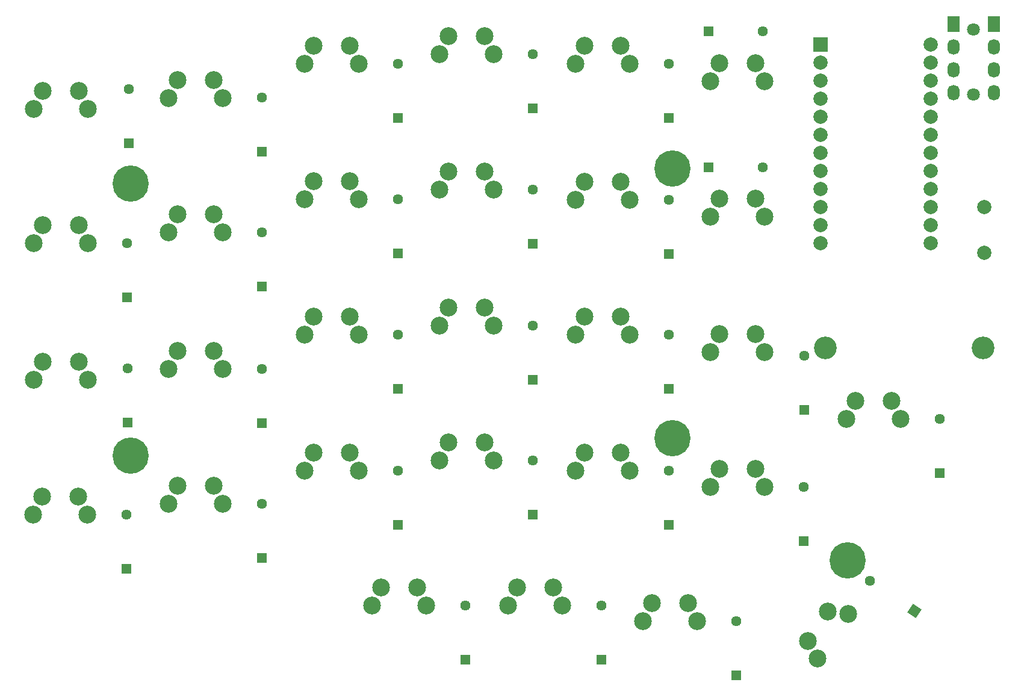
<source format=gts>
G04*
G04 #@! TF.GenerationSoftware,Altium Limited,Altium Designer,21.2.1 (34)*
G04*
G04 Layer_Color=8388736*
%FSLAX25Y25*%
%MOIN*%
G70*
G04*
G04 #@! TF.SameCoordinates,D9DA92A3-D26D-4F9D-A7EC-0AB5783BD49A*
G04*
G04*
G04 #@! TF.FilePolarity,Negative*
G04*
G01*
G75*
%ADD19C,0.07099*%
%ADD20O,0.06706X0.08674*%
%ADD21R,0.06706X0.08674*%
%ADD22R,0.05674X0.05674*%
%ADD23C,0.05674*%
%ADD24P,0.08024X4X191.0*%
%ADD25R,0.05674X0.05674*%
%ADD26C,0.09843*%
%ADD27C,0.12611*%
%ADD28R,0.07887X0.07887*%
%ADD29C,0.07887*%
%ADD30C,0.07874*%
%ADD31C,0.20091*%
D19*
X628346Y432677D02*
D03*
Y396457D02*
D03*
D20*
X639764Y397638D02*
D03*
X617323D02*
D03*
X639764Y410236D02*
D03*
X617323D02*
D03*
X639764Y422835D02*
D03*
X617323D02*
D03*
D21*
X639764Y435433D02*
D03*
X617323D02*
D03*
D22*
X347126Y83740D02*
D03*
X422323D02*
D03*
X497047Y74961D02*
D03*
X609882Y186929D02*
D03*
X159528Y133937D02*
D03*
X234528Y139842D02*
D03*
X309646Y158425D02*
D03*
X384528Y163858D02*
D03*
X459724Y158346D02*
D03*
X534528Y149291D02*
D03*
X160236Y214882D02*
D03*
X234528Y214646D02*
D03*
X309724Y233543D02*
D03*
X384528Y238661D02*
D03*
X459724Y233543D02*
D03*
X534646Y221772D02*
D03*
X159724Y284331D02*
D03*
X234449Y290315D02*
D03*
X309724Y308740D02*
D03*
X384528Y313858D02*
D03*
X459724Y308347D02*
D03*
X160630Y369646D02*
D03*
X234370Y364803D02*
D03*
X309724Y383543D02*
D03*
X384528Y389016D02*
D03*
X459724Y383543D02*
D03*
D23*
X347126Y113740D02*
D03*
X422323D02*
D03*
X497047Y104961D02*
D03*
X571029Y127286D02*
D03*
X609882Y216929D02*
D03*
X159528Y163937D02*
D03*
X234528Y169843D02*
D03*
X309646Y188425D02*
D03*
X384528Y193858D02*
D03*
X459724Y188347D02*
D03*
X534528Y179291D02*
D03*
X160236Y244882D02*
D03*
X234528Y244646D02*
D03*
X309724Y263543D02*
D03*
X384528Y268661D02*
D03*
X459724Y263543D02*
D03*
X534646Y251772D02*
D03*
X159724Y314331D02*
D03*
X234449Y320315D02*
D03*
X309724Y338740D02*
D03*
X384528Y343858D02*
D03*
X459724Y338347D02*
D03*
X511850Y356299D02*
D03*
X160630Y399646D02*
D03*
X234370Y394803D02*
D03*
X309724Y413543D02*
D03*
X384528Y419016D02*
D03*
X459724Y413543D02*
D03*
X511850Y431496D02*
D03*
D24*
X595900Y110510D02*
D03*
D25*
X481850Y356299D02*
D03*
Y431496D02*
D03*
D26*
X563031Y227087D02*
D03*
X588031Y217087D02*
D03*
X583032Y227087D02*
D03*
X558032Y217087D02*
D03*
X187835Y330236D02*
D03*
X212835Y320236D02*
D03*
X207835Y330236D02*
D03*
X182835Y320236D02*
D03*
X487835Y414094D02*
D03*
X512835Y404095D02*
D03*
X507835Y414094D02*
D03*
X482835Y404095D02*
D03*
X258032Y413543D02*
D03*
X283032Y423543D02*
D03*
X288032Y413543D02*
D03*
X263032Y423543D02*
D03*
X187835Y404646D02*
D03*
X212835Y394646D02*
D03*
X207835Y404646D02*
D03*
X182835Y394646D02*
D03*
X108031Y388740D02*
D03*
X133031Y398740D02*
D03*
X138031Y388740D02*
D03*
X113031Y398740D02*
D03*
X408032Y413543D02*
D03*
X433032Y423543D02*
D03*
X438031Y413543D02*
D03*
X413031Y423543D02*
D03*
X337835Y429016D02*
D03*
X362835Y419016D02*
D03*
X357835Y429016D02*
D03*
X332835Y419016D02*
D03*
X487835Y338898D02*
D03*
X512835Y328898D02*
D03*
X507835Y338898D02*
D03*
X482835Y328898D02*
D03*
X408032Y338347D02*
D03*
X433032Y348346D02*
D03*
X438031Y338347D02*
D03*
X413031Y348346D02*
D03*
X337835Y353858D02*
D03*
X362835Y343858D02*
D03*
X357835Y353858D02*
D03*
X332835Y343858D02*
D03*
X258032Y338740D02*
D03*
X283032Y348740D02*
D03*
X288032Y338740D02*
D03*
X263032Y348740D02*
D03*
X108031Y314331D02*
D03*
X133031Y324331D02*
D03*
X138031Y314331D02*
D03*
X113031Y324331D02*
D03*
X487835Y264094D02*
D03*
X512835Y254095D02*
D03*
X507835Y264094D02*
D03*
X482835Y254095D02*
D03*
X408032Y263543D02*
D03*
X433032Y273543D02*
D03*
X438031Y263543D02*
D03*
X413031Y273543D02*
D03*
X337835Y278661D02*
D03*
X362835Y268661D02*
D03*
X357835Y278661D02*
D03*
X332835Y268661D02*
D03*
X258032Y263543D02*
D03*
X283032Y273543D02*
D03*
X288032Y263543D02*
D03*
X263032Y273543D02*
D03*
X187835Y254646D02*
D03*
X212835Y244646D02*
D03*
X207835Y254646D02*
D03*
X182835Y244646D02*
D03*
X108031Y238740D02*
D03*
X133031Y248740D02*
D03*
X138031Y238740D02*
D03*
X113031Y248740D02*
D03*
X487835Y189291D02*
D03*
X512835Y179291D02*
D03*
X507835Y189291D02*
D03*
X482835Y179291D02*
D03*
X408032Y188347D02*
D03*
X433032Y198346D02*
D03*
X438031Y188347D02*
D03*
X413031Y198346D02*
D03*
X337835Y203858D02*
D03*
X362835Y193858D02*
D03*
X357835Y203858D02*
D03*
X332835Y193858D02*
D03*
X258032Y188347D02*
D03*
X283032Y198346D02*
D03*
X288032Y188347D02*
D03*
X263032Y198346D02*
D03*
X187835Y179842D02*
D03*
X212835Y169843D02*
D03*
X207835Y179842D02*
D03*
X182835Y169843D02*
D03*
X107835Y163937D02*
D03*
X132835Y173937D02*
D03*
X137835Y163937D02*
D03*
X112835Y173937D02*
D03*
X542180Y84101D02*
D03*
X547869Y110419D02*
D03*
X558956Y108972D02*
D03*
X536686Y93838D02*
D03*
X450433Y114882D02*
D03*
X475433Y104882D02*
D03*
X470433Y114882D02*
D03*
X445433Y104882D02*
D03*
X370630Y113740D02*
D03*
X395630Y123740D02*
D03*
X400630Y113740D02*
D03*
X375630Y123740D02*
D03*
X300433D02*
D03*
X325433Y113740D02*
D03*
X320433Y123740D02*
D03*
X295433Y113740D02*
D03*
D27*
X546457Y256299D02*
D03*
X633661D02*
D03*
D28*
X543701Y424173D02*
D03*
D29*
Y414173D02*
D03*
Y404173D02*
D03*
Y394173D02*
D03*
Y384173D02*
D03*
Y364173D02*
D03*
Y354173D02*
D03*
Y344173D02*
D03*
Y334173D02*
D03*
Y324173D02*
D03*
Y314173D02*
D03*
Y374173D02*
D03*
X604701Y424173D02*
D03*
Y414173D02*
D03*
Y404173D02*
D03*
Y394173D02*
D03*
Y384173D02*
D03*
Y374173D02*
D03*
Y364173D02*
D03*
Y354173D02*
D03*
Y344173D02*
D03*
Y334173D02*
D03*
Y324173D02*
D03*
Y314173D02*
D03*
D30*
X634252Y334252D02*
D03*
Y309055D02*
D03*
D31*
X161773Y196706D02*
D03*
Y347099D02*
D03*
X461773Y206155D02*
D03*
Y355761D02*
D03*
X558623Y138438D02*
D03*
M02*

</source>
